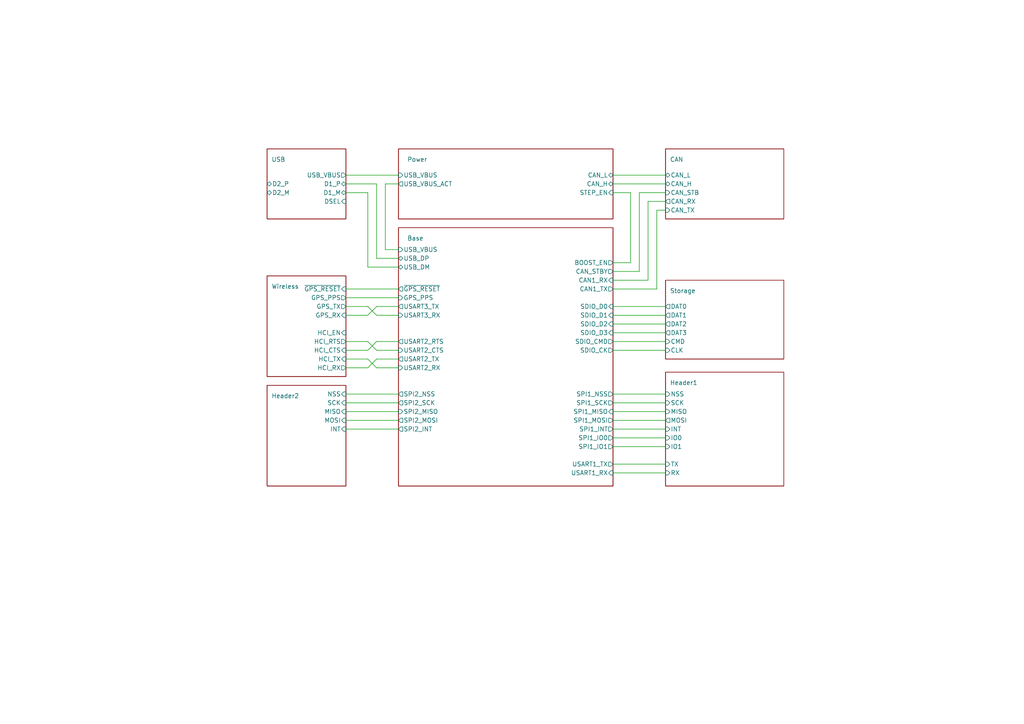
<source format=kicad_sch>
(kicad_sch (version 20211123) (generator eeschema)
  (paper "A4")
  (title_block (title "GD32 Development Board") (date "2023-01-07") (rev "1") (company "Connor Rigby") (comment 1 "https://cone.codes"))
  (lib_symbols)
  (wire (pts (xy 106.68 104.14) (xy 109.22 106.68)))
  (wire (pts (xy 106.68 99.06) (xy 109.22 101.6)))
  (wire (pts (xy 106.68 55.88) (xy 106.68 77.47)))
  (wire (pts (xy 177.8 78.74) (xy 185.42 78.74)))
  (wire (pts (xy 177.8 101.6) (xy 193.04 101.6)))
  (wire (pts (xy 177.8 55.88) (xy 182.88 55.88)))
  (wire (pts (xy 177.8 99.06) (xy 193.04 99.06)))
  (wire (pts (xy 106.68 88.9) (xy 109.22 91.44)))
  (wire (pts (xy 100.33 104.14) (xy 106.68 104.14)))
  (wire (pts (xy 193.04 55.88) (xy 185.42 55.88)))
  (wire (pts (xy 100.33 101.6) (xy 106.68 101.6)))
  (wire (pts (xy 177.8 96.52) (xy 193.04 96.52)))
  (wire (pts (xy 177.8 53.34) (xy 193.04 53.34)))
  (wire (pts (xy 100.33 83.82) (xy 115.57 83.82)))
  (wire (pts (xy 177.8 119.38) (xy 193.04 119.38)))
  (wire (pts (xy 177.8 91.44) (xy 193.04 91.44)))
  (wire (pts (xy 106.68 91.44) (xy 109.22 88.9)))
  (wire (pts (xy 177.8 50.8) (xy 193.04 50.8)))
  (wire (pts (xy 100.33 55.88) (xy 106.68 55.88)))
  (wire (pts (xy 185.42 55.88) (xy 185.42 78.74)))
  (wire (pts (xy 100.33 119.38) (xy 115.57 119.38)))
  (wire (pts (xy 193.04 58.42) (xy 187.96 58.42)))
  (wire (pts (xy 177.8 114.3) (xy 193.04 114.3)))
  (wire (pts (xy 190.5 83.82) (xy 190.5 60.96)))
  (wire (pts (xy 100.33 106.68) (xy 106.68 106.68)))
  (wire (pts (xy 100.33 50.8) (xy 115.57 50.8)))
  (wire (pts (xy 111.76 53.34) (xy 111.76 72.39)))
  (wire (pts (xy 100.33 116.84) (xy 115.57 116.84)))
  (wire (pts (xy 182.88 55.88) (xy 182.88 76.2)))
  (wire (pts (xy 177.8 137.16) (xy 193.04 137.16)))
  (wire (pts (xy 106.68 101.6) (xy 109.22 99.06)))
  (wire (pts (xy 177.8 121.92) (xy 193.04 121.92)))
  (wire (pts (xy 177.8 134.62) (xy 193.04 134.62)))
  (wire (pts (xy 100.33 86.36) (xy 115.57 86.36)))
  (wire (pts (xy 109.22 88.9) (xy 115.57 88.9)))
  (wire (pts (xy 100.33 53.34) (xy 109.22 53.34)))
  (wire (pts (xy 177.8 93.98) (xy 193.04 93.98)))
  (wire (pts (xy 109.22 101.6) (xy 115.57 101.6)))
  (wire (pts (xy 177.8 127) (xy 193.04 127)))
  (wire (pts (xy 109.22 53.34) (xy 109.22 74.93)))
  (wire (pts (xy 100.33 121.92) (xy 115.57 121.92)))
  (wire (pts (xy 109.22 91.44) (xy 115.57 91.44)))
  (wire (pts (xy 109.22 99.06) (xy 115.57 99.06)))
  (wire (pts (xy 177.8 83.82) (xy 190.5 83.82)))
  (wire (pts (xy 115.57 53.34) (xy 111.76 53.34)))
  (wire (pts (xy 177.8 124.46) (xy 193.04 124.46)))
  (wire (pts (xy 177.8 81.28) (xy 187.96 81.28)))
  (wire (pts (xy 177.8 88.9) (xy 193.04 88.9)))
  (wire (pts (xy 100.33 124.46) (xy 115.57 124.46)))
  (wire (pts (xy 177.8 116.84) (xy 193.04 116.84)))
  (wire (pts (xy 106.68 106.68) (xy 109.22 104.14)))
  (wire (pts (xy 109.22 104.14) (xy 115.57 104.14)))
  (wire (pts (xy 100.33 114.3) (xy 115.57 114.3)))
  (wire (pts (xy 100.33 91.44) (xy 106.68 91.44)))
  (wire (pts (xy 111.76 72.39) (xy 115.57 72.39)))
  (wire (pts (xy 109.22 106.68) (xy 115.57 106.68)))
  (wire (pts (xy 109.22 74.93) (xy 115.57 74.93)))
  (wire (pts (xy 100.33 88.9) (xy 106.68 88.9)))
  (wire (pts (xy 190.5 60.96) (xy 193.04 60.96)))
  (wire (pts (xy 100.33 99.06) (xy 106.68 99.06)))
  (wire (pts (xy 177.8 76.2) (xy 182.88 76.2)))
  (wire (pts (xy 177.8 129.54) (xy 193.04 129.54)))
  (wire (pts (xy 187.96 58.42) (xy 187.96 81.28)))
  (wire (pts (xy 106.68 77.47) (xy 115.57 77.47)))
  (sheet (at 193.04 43.18) (size 34.29 20.32) (stroke (width 0.1524))
    (property "Sheet name" "CAN" (at 194.31 46.99 0) (effects (justify left bottom)))
    (property "Sheet file" "CAN.kicad_sch" (effects hide))
    (pin "CAN_H" bidirectional (at 193.04 53.34 180))
    (pin "CAN_L" bidirectional (at 193.04 50.8 180))
    (pin "CAN_STB" input (at 193.04 55.88 180))
    (pin "CAN_TX" input (at 193.04 60.96 180))
    (pin "CAN_RX" output (at 193.04 58.42 180))
  )
  (sheet (at 77.47 111.76) (size 22.86 29.21) (stroke (width 0.1524))
    (property "Sheet name" "Header2" (at 78.74 115.57 0) (effects (justify left bottom)))
    (property "Sheet file" "header2.kicad_sch" (effects hide))
    (pin "MOSI" input (at 100.33 121.92 0))
    (pin "MISO" input (at 100.33 119.38 0))
    (pin "NSS" input (at 100.33 114.3 0))
    (pin "SCK" input (at 100.33 116.84 0))
    (pin "INT" input (at 100.33 124.46 0))
  )
  (sheet (at 115.57 66.04) (size 62.23 74.93) (stroke (width 0.1524))
    (property "Sheet name" "Base" (at 118.11 69.85 0) (effects (justify left bottom)))
    (property "Sheet file" "base.kicad_sch" (effects hide))
    (pin "USB_DP" bidirectional (at 115.57 74.93 180))
    (pin "USB_VBUS" input (at 115.57 72.39 180))
    (pin "USB_DM" bidirectional (at 115.57 77.47 180))
    (pin "USART1_RX" input (at 177.8 137.16 0))
    (pin "SPI1_INT" output (at 177.8 124.46 0))
    (pin "SPI1_MISO" input (at 177.8 119.38 0))
    (pin "SPI1_MOSI" output (at 177.8 121.92 0))
    (pin "SPI1_NSS" output (at 177.8 114.3 0))
    (pin "USART2_RTS" output (at 115.57 99.06 180))
    (pin "USART2_CTS" input (at 115.57 101.6 180))
    (pin "USART2_TX" output (at 115.57 104.14 180))
    (pin "USART2_RX" input (at 115.57 106.68 180))
    (pin "SPI1_SCK" output (at 177.8 116.84 0))
    (pin "SDIO_D3" input (at 177.8 96.52 0))
    (pin "SDIO_CK" output (at 177.8 101.6 0))
    (pin "SDIO_D2" input (at 177.8 93.98 0))
    (pin "USART3_TX" output (at 115.57 88.9 180))
    (pin "SPI2_SCK" output (at 115.57 116.84 180))
    (pin "USART3_RX" input (at 115.57 91.44 180))
    (pin "SPI2_NSS" output (at 115.57 114.3 180))
    (pin "SPI2_INT" output (at 115.57 124.46 180))
    (pin "CAN1_TX" output (at 177.8 83.82 0))
    (pin "CAN1_RX" input (at 177.8 81.28 0))
    (pin "USART1_TX" output (at 177.8 134.62 0))
    (pin "SPI1_IO0" output (at 177.8 127 0))
    (pin "SDIO_D0" input (at 177.8 88.9 0))
    (pin "SPI1_IO1" output (at 177.8 129.54 0))
    (pin "SPI2_MOSI" output (at 115.57 121.92 180))
    (pin "SPI2_MISO" input (at 115.57 119.38 180))
    (pin "SDIO_D1" input (at 177.8 91.44 0))
    (pin "SDIO_CMD" output (at 177.8 99.06 0))
    (pin "GPS_PPS" input (at 115.57 86.36 180))
    (pin "~{GPS_RESET}" output (at 115.57 83.82 180))
    (pin "BOOST_EN" output (at 177.8 76.2 0))
    (pin "CAN_STBY" output (at 177.8 78.74 0))
  )
  (sheet (at 193.04 81.28) (size 34.29 22.86) (stroke (width 0.1524))
    (property "Sheet name" "Storage" (at 194.31 85.09 0) (effects (justify left bottom)))
    (property "Sheet file" "storage.kicad_sch" (effects hide))
    (pin "CMD" input (at 193.04 99.06 180))
    (pin "DAT2" output (at 193.04 93.98 180))
    (pin "DAT3" output (at 193.04 96.52 180))
    (pin "DAT1" output (at 193.04 91.44 180))
    (pin "DAT0" output (at 193.04 88.9 180))
    (pin "CLK" input (at 193.04 101.6 180))
  )
  (sheet (at 115.57 43.18) (size 62.23 20.32) (stroke (width 0.1524))
    (property "Sheet name" "Power" (at 118.11 46.99 0) (effects (justify left bottom)))
    (property "Sheet file" "power.kicad_sch" (effects hide))
    (pin "USB_VBUS" input (at 115.57 50.8 180))
    (pin "STEP_EN" input (at 177.8 55.88 0))
    (pin "USB_VBUS_ACT" output (at 115.57 53.34 180))
    (pin "CAN_L" bidirectional (at 177.8 50.8 0))
    (pin "CAN_H" bidirectional (at 177.8 53.34 0))
  )
  (sheet (at 77.47 80.01) (size 22.86 29.21) (stroke (width 0.1524))
    (property "Sheet name" "Wireless" (at 78.74 83.82 0) (effects (justify left bottom)))
    (property "Sheet file" "wireless.kicad_sch" (effects hide))
    (pin "GPS_TX" output (at 100.33 88.9 0))
    (pin "GPS_RX" input (at 100.33 91.44 0))
    (pin "HCI_RTS" output (at 100.33 99.06 0))
    (pin "HCI_EN" input (at 100.33 96.52 0))
    (pin "HCI_TX" input (at 100.33 104.14 0))
    (pin "HCI_RX" output (at 100.33 106.68 0))
    (pin "HCI_CTS" input (at 100.33 101.6 0))
    (pin "~{GPS_RESET}" input (at 100.33 83.82 0))
    (pin "GPS_PPS" output (at 100.33 86.36 0))
  )
  (sheet (at 193.04 107.95) (size 34.29 33.02) (stroke (width 0.1524))
    (property "Sheet name" "Header1" (at 194.31 111.76 0) (effects (justify left bottom)))
    (property "Sheet file" "header1.kicad_sch" (effects hide))
    (pin "MISO" input (at 193.04 119.38 180))
    (pin "SCK" input (at 193.04 116.84 180))
    (pin "MOSI" output (at 193.04 121.92 180))
    (pin "NSS" input (at 193.04 114.3 180))
    (pin "INT" input (at 193.04 124.46 180))
    (pin "IO0" input (at 193.04 127 180))
    (pin "IO1" input (at 193.04 129.54 180))
    (pin "RX" input (at 193.04 137.16 180))
    (pin "TX" input (at 193.04 134.62 180))
  )
  (sheet (at 77.47 43.18) (size 22.86 20.32) (stroke (width 0.1524))
    (property "Sheet name" "USB" (at 78.74 46.99 0) (effects (justify left bottom)))
    (property "Sheet file" "USB.kicad_sch" (effects hide))
    (pin "D2_P" bidirectional (at 77.47 53.34 180))
    (pin "D1_M" bidirectional (at 100.33 55.88 0))
    (pin "D2_M" bidirectional (at 77.47 55.88 180))
    (pin "USB_VBUS" output (at 100.33 50.8 0))
    (pin "D1_P" bidirectional (at 100.33 53.34 0))
    (pin "DSEL" input (at 100.33 58.42 0))
  )
)
</source>
